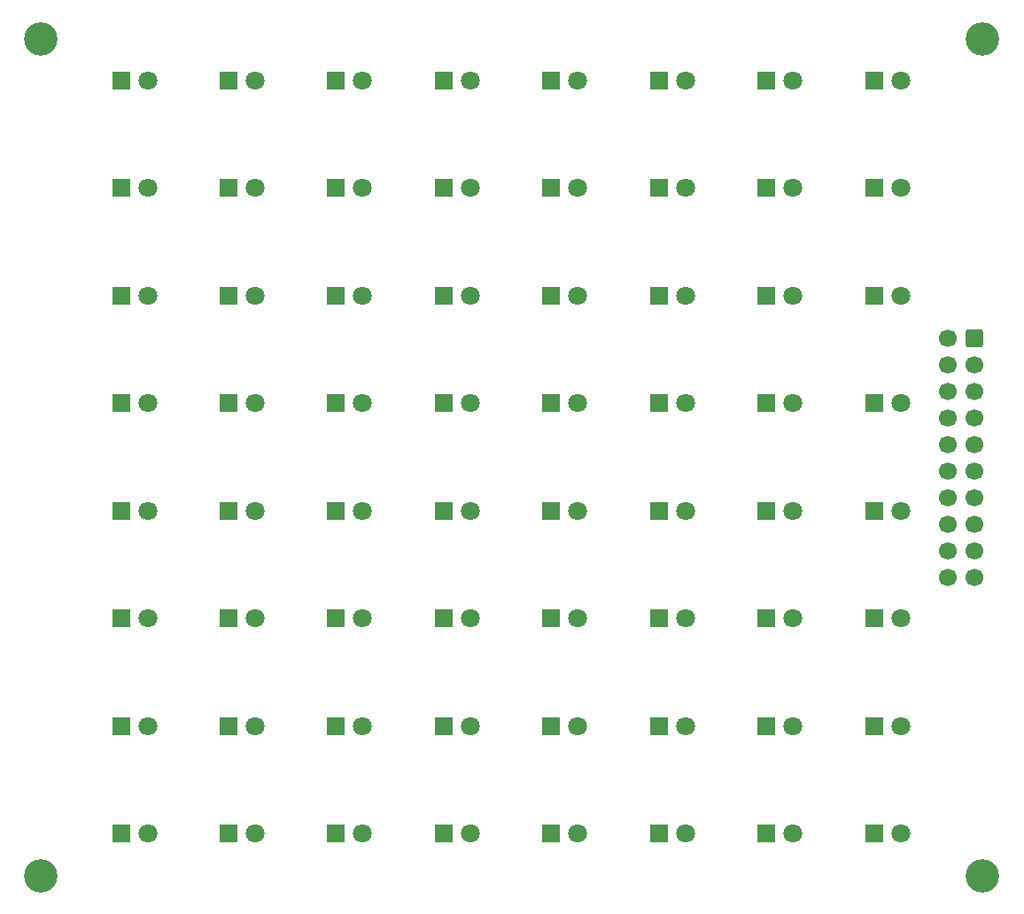
<source format=gbr>
%TF.GenerationSoftware,KiCad,Pcbnew,9.0.6-9.0.6~ubuntu22.04.1*%
%TF.CreationDate,2026-01-06T15:49:20-05:00*%
%TF.ProjectId,Hyperdrift-Grid,48797065-7264-4726-9966-742d47726964,rev?*%
%TF.SameCoordinates,Original*%
%TF.FileFunction,Soldermask,Top*%
%TF.FilePolarity,Negative*%
%FSLAX46Y46*%
G04 Gerber Fmt 4.6, Leading zero omitted, Abs format (unit mm)*
G04 Created by KiCad (PCBNEW 9.0.6-9.0.6~ubuntu22.04.1) date 2026-01-06 15:49:20*
%MOMM*%
%LPD*%
G01*
G04 APERTURE LIST*
G04 Aperture macros list*
%AMRoundRect*
0 Rectangle with rounded corners*
0 $1 Rounding radius*
0 $2 $3 $4 $5 $6 $7 $8 $9 X,Y pos of 4 corners*
0 Add a 4 corners polygon primitive as box body*
4,1,4,$2,$3,$4,$5,$6,$7,$8,$9,$2,$3,0*
0 Add four circle primitives for the rounded corners*
1,1,$1+$1,$2,$3*
1,1,$1+$1,$4,$5*
1,1,$1+$1,$6,$7*
1,1,$1+$1,$8,$9*
0 Add four rect primitives between the rounded corners*
20,1,$1+$1,$2,$3,$4,$5,0*
20,1,$1+$1,$4,$5,$6,$7,0*
20,1,$1+$1,$6,$7,$8,$9,0*
20,1,$1+$1,$8,$9,$2,$3,0*%
G04 Aperture macros list end*
%ADD10C,3.200000*%
%ADD11C,1.700000*%
%ADD12RoundRect,0.250000X0.600000X0.600000X-0.600000X0.600000X-0.600000X-0.600000X0.600000X-0.600000X0*%
%ADD13C,1.800000*%
%ADD14R,1.800000X1.800000*%
G04 APERTURE END LIST*
D10*
%TO.C,H2*%
X174000000Y-49000000D03*
%TD*%
D11*
%TO.C,J1*%
X170627330Y-100500000D03*
X173167330Y-100500000D03*
X170627330Y-97960000D03*
X173167330Y-97960000D03*
X170627330Y-95420000D03*
X173167330Y-95420000D03*
X170627330Y-92880000D03*
X173167330Y-92880000D03*
X170627330Y-90340000D03*
X173167330Y-90340000D03*
X170627330Y-87800000D03*
X173167330Y-87800000D03*
X170627330Y-85260000D03*
X173167330Y-85260000D03*
X170627330Y-82720000D03*
X173167330Y-82720000D03*
X170627330Y-80180000D03*
X173167330Y-80180000D03*
X170627330Y-77640000D03*
D12*
X173167330Y-77640000D03*
%TD*%
D13*
%TO.C,D50*%
X104453044Y-114714285D03*
D14*
X101913044Y-114714285D03*
%TD*%
D13*
%TO.C,D17*%
X94167330Y-73571428D03*
D14*
X91627330Y-73571428D03*
%TD*%
D13*
%TO.C,D39*%
X155881615Y-94142857D03*
D14*
X153341615Y-94142857D03*
%TD*%
D13*
%TO.C,D34*%
X104453044Y-94142857D03*
D14*
X101913044Y-94142857D03*
%TD*%
D13*
%TO.C,D31*%
X155881615Y-83857142D03*
D14*
X153341615Y-83857142D03*
%TD*%
D13*
%TO.C,D46*%
X145595901Y-104428571D03*
D14*
X143055901Y-104428571D03*
%TD*%
D13*
%TO.C,D7*%
X155881615Y-53000000D03*
D14*
X153341615Y-53000000D03*
%TD*%
D13*
%TO.C,D16*%
X166167330Y-63285714D03*
D14*
X163627330Y-63285714D03*
%TD*%
D13*
%TO.C,D20*%
X125024472Y-73571428D03*
D14*
X122484472Y-73571428D03*
%TD*%
D13*
%TO.C,D45*%
X135310187Y-104428571D03*
D14*
X132770187Y-104428571D03*
%TD*%
D13*
%TO.C,D47*%
X155881615Y-104428571D03*
D14*
X153341615Y-104428571D03*
%TD*%
D13*
%TO.C,D51*%
X114738758Y-114714285D03*
D14*
X112198758Y-114714285D03*
%TD*%
D13*
%TO.C,D56*%
X166167330Y-114714285D03*
D14*
X163627330Y-114714285D03*
%TD*%
D13*
%TO.C,D3*%
X114738758Y-53000000D03*
D14*
X112198758Y-53000000D03*
%TD*%
D13*
%TO.C,D58*%
X104453044Y-125000000D03*
D14*
X101913044Y-125000000D03*
%TD*%
D13*
%TO.C,D13*%
X135310187Y-63285714D03*
D14*
X132770187Y-63285714D03*
%TD*%
D13*
%TO.C,D25*%
X94167330Y-83857142D03*
D14*
X91627330Y-83857142D03*
%TD*%
D13*
%TO.C,D44*%
X125024472Y-104428571D03*
D14*
X122484472Y-104428571D03*
%TD*%
D13*
%TO.C,D41*%
X94167330Y-104428571D03*
D14*
X91627330Y-104428571D03*
%TD*%
D13*
%TO.C,D48*%
X166167330Y-104428571D03*
D14*
X163627330Y-104428571D03*
%TD*%
%TO.C,D1*%
X91627330Y-53000000D03*
D13*
X94167330Y-53000000D03*
%TD*%
%TO.C,D38*%
X145595901Y-94142857D03*
D14*
X143055901Y-94142857D03*
%TD*%
D13*
%TO.C,D61*%
X135310187Y-125000000D03*
D14*
X132770187Y-125000000D03*
%TD*%
D13*
%TO.C,D15*%
X155881615Y-63285714D03*
D14*
X153341615Y-63285714D03*
%TD*%
D13*
%TO.C,D10*%
X104453044Y-63285714D03*
D14*
X101913044Y-63285714D03*
%TD*%
D13*
%TO.C,D9*%
X94167330Y-63285714D03*
D14*
X91627330Y-63285714D03*
%TD*%
D13*
%TO.C,D2*%
X104453044Y-53000000D03*
D14*
X101913044Y-53000000D03*
%TD*%
D13*
%TO.C,D59*%
X114738758Y-125000000D03*
D14*
X112198758Y-125000000D03*
%TD*%
D13*
%TO.C,D22*%
X145595901Y-73571428D03*
D14*
X143055901Y-73571428D03*
%TD*%
D13*
%TO.C,D8*%
X166167330Y-53000000D03*
D14*
X163627330Y-53000000D03*
%TD*%
D13*
%TO.C,D11*%
X114738758Y-63285714D03*
D14*
X112198758Y-63285714D03*
%TD*%
D13*
%TO.C,D62*%
X145595901Y-125000000D03*
D14*
X143055901Y-125000000D03*
%TD*%
D13*
%TO.C,D53*%
X135310187Y-114714285D03*
D14*
X132770187Y-114714285D03*
%TD*%
D13*
%TO.C,D40*%
X166167330Y-94142857D03*
D14*
X163627330Y-94142857D03*
%TD*%
D13*
%TO.C,D19*%
X114738758Y-73571428D03*
D14*
X112198758Y-73571428D03*
%TD*%
D13*
%TO.C,D28*%
X125024472Y-83857142D03*
D14*
X122484472Y-83857142D03*
%TD*%
D13*
%TO.C,D64*%
X166167330Y-125000000D03*
D14*
X163627330Y-125000000D03*
%TD*%
D13*
%TO.C,D60*%
X125024472Y-125000000D03*
D14*
X122484472Y-125000000D03*
%TD*%
D13*
%TO.C,D26*%
X104453044Y-83857142D03*
D14*
X101913044Y-83857142D03*
%TD*%
D13*
%TO.C,D12*%
X125024472Y-63285714D03*
D14*
X122484472Y-63285714D03*
%TD*%
D13*
%TO.C,D43*%
X114738758Y-104428571D03*
D14*
X112198758Y-104428571D03*
%TD*%
D13*
%TO.C,D57*%
X94167330Y-125000000D03*
D14*
X91627330Y-125000000D03*
%TD*%
D13*
%TO.C,D21*%
X135310187Y-73571428D03*
D14*
X132770187Y-73571428D03*
%TD*%
D13*
%TO.C,D6*%
X145595901Y-53000000D03*
D14*
X143055901Y-53000000D03*
%TD*%
D13*
%TO.C,D14*%
X145595901Y-63285714D03*
D14*
X143055901Y-63285714D03*
%TD*%
D13*
%TO.C,D30*%
X145595901Y-83857142D03*
D14*
X143055901Y-83857142D03*
%TD*%
D13*
%TO.C,D27*%
X114738758Y-83857142D03*
D14*
X112198758Y-83857142D03*
%TD*%
D13*
%TO.C,D4*%
X125024472Y-53000000D03*
D14*
X122484472Y-53000000D03*
%TD*%
D13*
%TO.C,D42*%
X104453044Y-104428571D03*
D14*
X101913044Y-104428571D03*
%TD*%
D13*
%TO.C,D32*%
X166167330Y-83857142D03*
D14*
X163627330Y-83857142D03*
%TD*%
D13*
%TO.C,D33*%
X94167330Y-94142857D03*
D14*
X91627330Y-94142857D03*
%TD*%
D13*
%TO.C,D54*%
X145595901Y-114714285D03*
D14*
X143055901Y-114714285D03*
%TD*%
D13*
%TO.C,D55*%
X155881615Y-114714285D03*
D14*
X153341615Y-114714285D03*
%TD*%
D13*
%TO.C,D52*%
X125024472Y-114714285D03*
D14*
X122484472Y-114714285D03*
%TD*%
D13*
%TO.C,D18*%
X104453044Y-73571428D03*
D14*
X101913044Y-73571428D03*
%TD*%
D13*
%TO.C,D63*%
X155881615Y-125000000D03*
D14*
X153341615Y-125000000D03*
%TD*%
D13*
%TO.C,D37*%
X135310187Y-94142857D03*
D14*
X132770187Y-94142857D03*
%TD*%
D13*
%TO.C,D36*%
X125024472Y-94142857D03*
D14*
X122484472Y-94142857D03*
%TD*%
D13*
%TO.C,D23*%
X155881615Y-73571428D03*
D14*
X153341615Y-73571428D03*
%TD*%
D13*
%TO.C,D5*%
X135310187Y-53000000D03*
D14*
X132770187Y-53000000D03*
%TD*%
D13*
%TO.C,D35*%
X114738758Y-94142857D03*
D14*
X112198758Y-94142857D03*
%TD*%
D13*
%TO.C,D29*%
X135310187Y-83857142D03*
D14*
X132770187Y-83857142D03*
%TD*%
D13*
%TO.C,D24*%
X166167330Y-73571428D03*
D14*
X163627330Y-73571428D03*
%TD*%
D13*
%TO.C,D49*%
X94167330Y-114714285D03*
D14*
X91627330Y-114714285D03*
%TD*%
D10*
%TO.C,H4*%
X84000000Y-129000000D03*
%TD*%
%TO.C,H3*%
X174000000Y-129000000D03*
%TD*%
%TO.C,H1*%
X84000000Y-49000000D03*
%TD*%
M02*

</source>
